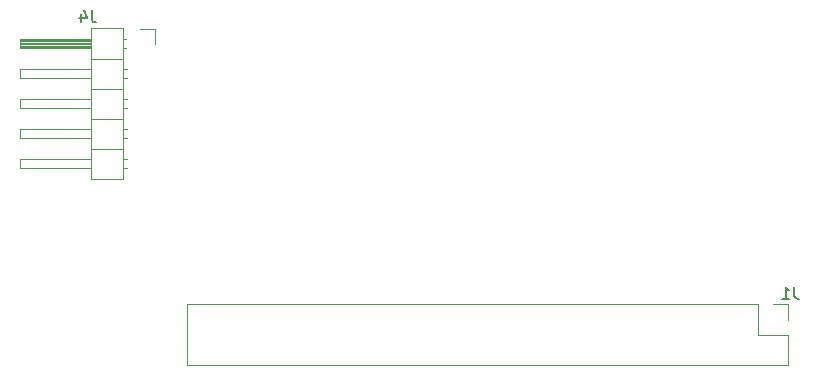
<source format=gbr>
G04 #@! TF.GenerationSoftware,KiCad,Pcbnew,(5.0.2)-1*
G04 #@! TF.CreationDate,2021-01-07T20:02:58+01:00*
G04 #@! TF.ProjectId,Radmesser,5261646d-6573-4736-9572-2e6b69636164,rev?*
G04 #@! TF.SameCoordinates,Original*
G04 #@! TF.FileFunction,Legend,Bot*
G04 #@! TF.FilePolarity,Positive*
%FSLAX46Y46*%
G04 Gerber Fmt 4.6, Leading zero omitted, Abs format (unit mm)*
G04 Created by KiCad (PCBNEW (5.0.2)-1) date 07.01.2021 20:02:58*
%MOMM*%
%LPD*%
G01*
G04 APERTURE LIST*
%ADD10C,0.120000*%
%ADD11C,0.150000*%
G04 APERTURE END LIST*
D10*
G04 #@! TO.C,J1*
X196656000Y-116840000D02*
X196656000Y-115510000D01*
X196656000Y-115510000D02*
X195326000Y-115510000D01*
X196656000Y-118110000D02*
X194056000Y-118110000D01*
X194056000Y-118110000D02*
X194056000Y-115510000D01*
X194056000Y-115510000D02*
X145736000Y-115510000D01*
X145736000Y-120710000D02*
X145736000Y-115510000D01*
X196656000Y-120710000D02*
X145736000Y-120710000D01*
X196656000Y-120710000D02*
X196656000Y-118110000D01*
G04 #@! TO.C,J4*
X143002000Y-92202000D02*
X141732000Y-92202000D01*
X143002000Y-93472000D02*
X143002000Y-92202000D01*
X140689071Y-104012000D02*
X140292000Y-104012000D01*
X140689071Y-103252000D02*
X140292000Y-103252000D01*
X131632000Y-104012000D02*
X137632000Y-104012000D01*
X131632000Y-103252000D02*
X131632000Y-104012000D01*
X137632000Y-103252000D02*
X131632000Y-103252000D01*
X140292000Y-102362000D02*
X137632000Y-102362000D01*
X140689071Y-101472000D02*
X140292000Y-101472000D01*
X140689071Y-100712000D02*
X140292000Y-100712000D01*
X131632000Y-101472000D02*
X137632000Y-101472000D01*
X131632000Y-100712000D02*
X131632000Y-101472000D01*
X137632000Y-100712000D02*
X131632000Y-100712000D01*
X140292000Y-99822000D02*
X137632000Y-99822000D01*
X140689071Y-98932000D02*
X140292000Y-98932000D01*
X140689071Y-98172000D02*
X140292000Y-98172000D01*
X131632000Y-98932000D02*
X137632000Y-98932000D01*
X131632000Y-98172000D02*
X131632000Y-98932000D01*
X137632000Y-98172000D02*
X131632000Y-98172000D01*
X140292000Y-97282000D02*
X137632000Y-97282000D01*
X140689071Y-96392000D02*
X140292000Y-96392000D01*
X140689071Y-95632000D02*
X140292000Y-95632000D01*
X131632000Y-96392000D02*
X137632000Y-96392000D01*
X131632000Y-95632000D02*
X131632000Y-96392000D01*
X137632000Y-95632000D02*
X131632000Y-95632000D01*
X140292000Y-94742000D02*
X137632000Y-94742000D01*
X140622000Y-93852000D02*
X140292000Y-93852000D01*
X140622000Y-93092000D02*
X140292000Y-93092000D01*
X137632000Y-93752000D02*
X131632000Y-93752000D01*
X137632000Y-93632000D02*
X131632000Y-93632000D01*
X137632000Y-93512000D02*
X131632000Y-93512000D01*
X137632000Y-93392000D02*
X131632000Y-93392000D01*
X137632000Y-93272000D02*
X131632000Y-93272000D01*
X137632000Y-93152000D02*
X131632000Y-93152000D01*
X131632000Y-93852000D02*
X137632000Y-93852000D01*
X131632000Y-93092000D02*
X131632000Y-93852000D01*
X137632000Y-93092000D02*
X131632000Y-93092000D01*
X137632000Y-92142000D02*
X140292000Y-92142000D01*
X137632000Y-104962000D02*
X137632000Y-92142000D01*
X140292000Y-104962000D02*
X137632000Y-104962000D01*
X140292000Y-92142000D02*
X140292000Y-104962000D01*
G04 #@! TO.C,J1*
D11*
X197171333Y-114084380D02*
X197171333Y-114798666D01*
X197218952Y-114941523D01*
X197314190Y-115036761D01*
X197457047Y-115084380D01*
X197552285Y-115084380D01*
X196171333Y-115084380D02*
X196742761Y-115084380D01*
X196457047Y-115084380D02*
X196457047Y-114084380D01*
X196552285Y-114227238D01*
X196647523Y-114322476D01*
X196742761Y-114370095D01*
G04 #@! TO.C,J4*
X137680333Y-90654380D02*
X137680333Y-91368666D01*
X137727952Y-91511523D01*
X137823190Y-91606761D01*
X137966047Y-91654380D01*
X138061285Y-91654380D01*
X136775571Y-90987714D02*
X136775571Y-91654380D01*
X137013666Y-90606761D02*
X137251761Y-91321047D01*
X136632714Y-91321047D01*
G04 #@! TD*
M02*

</source>
